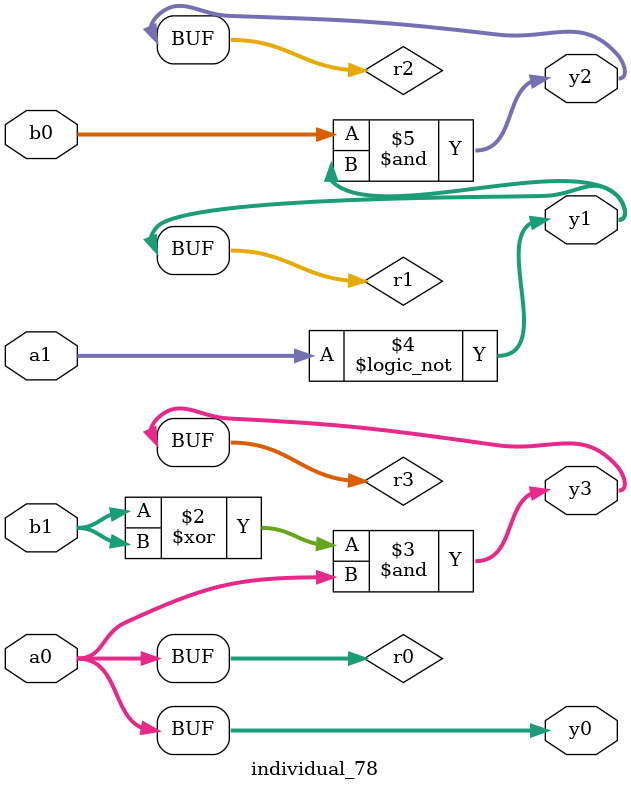
<source format=sv>
module individual_78(input logic [15:0] a1, input logic [15:0] a0, input logic [15:0] b1, input logic [15:0] b0, output logic [15:0] y3, output logic [15:0] y2, output logic [15:0] y1, output logic [15:0] y0);
logic [15:0] r0, r1, r2, r3; 
 always@(*) begin 
	 r0 = a0; r1 = a1; r2 = b0; r3 = b1; 
 	 r3  ^=  r3 ;
 	 r3  &=  a0 ;
 	 r1 = ! r1 ;
 	 r2  &=  r1 ;
 	 y3 = r3; y2 = r2; y1 = r1; y0 = r0; 
end
endmodule
</source>
